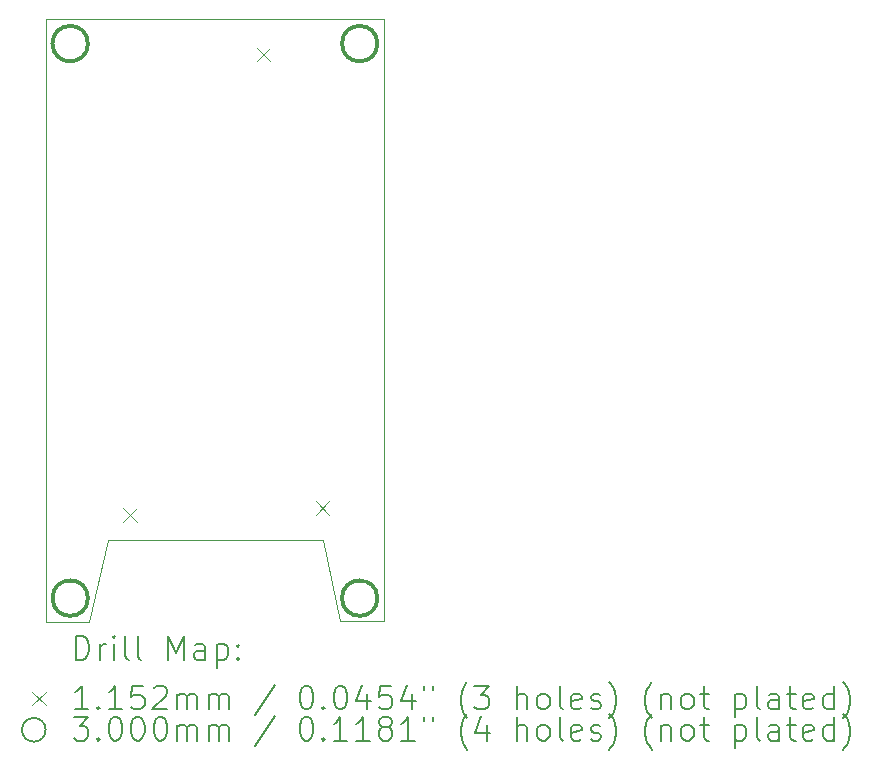
<source format=gbr>
%FSLAX45Y45*%
G04 Gerber Fmt 4.5, Leading zero omitted, Abs format (unit mm)*
G04 Created by KiCad (PCBNEW 6.0.2+dfsg-1) date 2024-02-25 21:38:02*
%MOMM*%
%LPD*%
G01*
G04 APERTURE LIST*
%TA.AperFunction,Profile*%
%ADD10C,0.100000*%
%TD*%
%ADD11C,0.200000*%
%ADD12C,0.115200*%
%ADD13C,0.300000*%
G04 APERTURE END LIST*
D10*
X14120000Y-12690000D02*
X13750000Y-12690000D01*
X13750000Y-12690000D02*
X13600000Y-12000000D01*
X13600000Y-12000000D02*
X11780000Y-12000000D01*
X11780000Y-12000000D02*
X11620000Y-12700000D01*
X11620000Y-12700000D02*
X11260000Y-12700000D01*
X11260000Y-12700000D02*
X11260000Y-7590000D01*
X11260000Y-7590000D02*
X14120000Y-7590000D01*
X14120000Y-7590000D02*
X14120000Y-12690000D01*
D11*
D12*
X11912400Y-11732400D02*
X12027600Y-11847600D01*
X12027600Y-11732400D02*
X11912400Y-11847600D01*
X13042400Y-7832400D02*
X13157600Y-7947600D01*
X13157600Y-7832400D02*
X13042400Y-7947600D01*
X13542400Y-11672400D02*
X13657600Y-11787600D01*
X13657600Y-11672400D02*
X13542400Y-11787600D01*
D13*
X11613500Y-7799000D02*
G75*
G03*
X11613500Y-7799000I-150000J0D01*
G01*
X11613500Y-12494000D02*
G75*
G03*
X11613500Y-12494000I-150000J0D01*
G01*
X14064500Y-7799000D02*
G75*
G03*
X14064500Y-7799000I-150000J0D01*
G01*
X14064500Y-12494000D02*
G75*
G03*
X14064500Y-12494000I-150000J0D01*
G01*
D11*
X11512619Y-13015476D02*
X11512619Y-12815476D01*
X11560238Y-12815476D01*
X11588809Y-12825000D01*
X11607857Y-12844048D01*
X11617381Y-12863095D01*
X11626905Y-12901190D01*
X11626905Y-12929762D01*
X11617381Y-12967857D01*
X11607857Y-12986905D01*
X11588809Y-13005952D01*
X11560238Y-13015476D01*
X11512619Y-13015476D01*
X11712619Y-13015476D02*
X11712619Y-12882143D01*
X11712619Y-12920238D02*
X11722143Y-12901190D01*
X11731667Y-12891667D01*
X11750714Y-12882143D01*
X11769762Y-12882143D01*
X11836428Y-13015476D02*
X11836428Y-12882143D01*
X11836428Y-12815476D02*
X11826905Y-12825000D01*
X11836428Y-12834524D01*
X11845952Y-12825000D01*
X11836428Y-12815476D01*
X11836428Y-12834524D01*
X11960238Y-13015476D02*
X11941190Y-13005952D01*
X11931667Y-12986905D01*
X11931667Y-12815476D01*
X12065000Y-13015476D02*
X12045952Y-13005952D01*
X12036428Y-12986905D01*
X12036428Y-12815476D01*
X12293571Y-13015476D02*
X12293571Y-12815476D01*
X12360238Y-12958333D01*
X12426905Y-12815476D01*
X12426905Y-13015476D01*
X12607857Y-13015476D02*
X12607857Y-12910714D01*
X12598333Y-12891667D01*
X12579286Y-12882143D01*
X12541190Y-12882143D01*
X12522143Y-12891667D01*
X12607857Y-13005952D02*
X12588809Y-13015476D01*
X12541190Y-13015476D01*
X12522143Y-13005952D01*
X12512619Y-12986905D01*
X12512619Y-12967857D01*
X12522143Y-12948809D01*
X12541190Y-12939286D01*
X12588809Y-12939286D01*
X12607857Y-12929762D01*
X12703095Y-12882143D02*
X12703095Y-13082143D01*
X12703095Y-12891667D02*
X12722143Y-12882143D01*
X12760238Y-12882143D01*
X12779286Y-12891667D01*
X12788809Y-12901190D01*
X12798333Y-12920238D01*
X12798333Y-12977381D01*
X12788809Y-12996428D01*
X12779286Y-13005952D01*
X12760238Y-13015476D01*
X12722143Y-13015476D01*
X12703095Y-13005952D01*
X12884048Y-12996428D02*
X12893571Y-13005952D01*
X12884048Y-13015476D01*
X12874524Y-13005952D01*
X12884048Y-12996428D01*
X12884048Y-13015476D01*
X12884048Y-12891667D02*
X12893571Y-12901190D01*
X12884048Y-12910714D01*
X12874524Y-12901190D01*
X12884048Y-12891667D01*
X12884048Y-12910714D01*
D12*
X11139800Y-13287400D02*
X11255000Y-13402600D01*
X11255000Y-13287400D02*
X11139800Y-13402600D01*
D11*
X11617381Y-13435476D02*
X11503095Y-13435476D01*
X11560238Y-13435476D02*
X11560238Y-13235476D01*
X11541190Y-13264048D01*
X11522143Y-13283095D01*
X11503095Y-13292619D01*
X11703095Y-13416428D02*
X11712619Y-13425952D01*
X11703095Y-13435476D01*
X11693571Y-13425952D01*
X11703095Y-13416428D01*
X11703095Y-13435476D01*
X11903095Y-13435476D02*
X11788809Y-13435476D01*
X11845952Y-13435476D02*
X11845952Y-13235476D01*
X11826905Y-13264048D01*
X11807857Y-13283095D01*
X11788809Y-13292619D01*
X12084048Y-13235476D02*
X11988809Y-13235476D01*
X11979286Y-13330714D01*
X11988809Y-13321190D01*
X12007857Y-13311667D01*
X12055476Y-13311667D01*
X12074524Y-13321190D01*
X12084048Y-13330714D01*
X12093571Y-13349762D01*
X12093571Y-13397381D01*
X12084048Y-13416428D01*
X12074524Y-13425952D01*
X12055476Y-13435476D01*
X12007857Y-13435476D01*
X11988809Y-13425952D01*
X11979286Y-13416428D01*
X12169762Y-13254524D02*
X12179286Y-13245000D01*
X12198333Y-13235476D01*
X12245952Y-13235476D01*
X12265000Y-13245000D01*
X12274524Y-13254524D01*
X12284048Y-13273571D01*
X12284048Y-13292619D01*
X12274524Y-13321190D01*
X12160238Y-13435476D01*
X12284048Y-13435476D01*
X12369762Y-13435476D02*
X12369762Y-13302143D01*
X12369762Y-13321190D02*
X12379286Y-13311667D01*
X12398333Y-13302143D01*
X12426905Y-13302143D01*
X12445952Y-13311667D01*
X12455476Y-13330714D01*
X12455476Y-13435476D01*
X12455476Y-13330714D02*
X12465000Y-13311667D01*
X12484048Y-13302143D01*
X12512619Y-13302143D01*
X12531667Y-13311667D01*
X12541190Y-13330714D01*
X12541190Y-13435476D01*
X12636428Y-13435476D02*
X12636428Y-13302143D01*
X12636428Y-13321190D02*
X12645952Y-13311667D01*
X12665000Y-13302143D01*
X12693571Y-13302143D01*
X12712619Y-13311667D01*
X12722143Y-13330714D01*
X12722143Y-13435476D01*
X12722143Y-13330714D02*
X12731667Y-13311667D01*
X12750714Y-13302143D01*
X12779286Y-13302143D01*
X12798333Y-13311667D01*
X12807857Y-13330714D01*
X12807857Y-13435476D01*
X13198333Y-13225952D02*
X13026905Y-13483095D01*
X13455476Y-13235476D02*
X13474524Y-13235476D01*
X13493571Y-13245000D01*
X13503095Y-13254524D01*
X13512619Y-13273571D01*
X13522143Y-13311667D01*
X13522143Y-13359286D01*
X13512619Y-13397381D01*
X13503095Y-13416428D01*
X13493571Y-13425952D01*
X13474524Y-13435476D01*
X13455476Y-13435476D01*
X13436428Y-13425952D01*
X13426905Y-13416428D01*
X13417381Y-13397381D01*
X13407857Y-13359286D01*
X13407857Y-13311667D01*
X13417381Y-13273571D01*
X13426905Y-13254524D01*
X13436428Y-13245000D01*
X13455476Y-13235476D01*
X13607857Y-13416428D02*
X13617381Y-13425952D01*
X13607857Y-13435476D01*
X13598333Y-13425952D01*
X13607857Y-13416428D01*
X13607857Y-13435476D01*
X13741190Y-13235476D02*
X13760238Y-13235476D01*
X13779286Y-13245000D01*
X13788809Y-13254524D01*
X13798333Y-13273571D01*
X13807857Y-13311667D01*
X13807857Y-13359286D01*
X13798333Y-13397381D01*
X13788809Y-13416428D01*
X13779286Y-13425952D01*
X13760238Y-13435476D01*
X13741190Y-13435476D01*
X13722143Y-13425952D01*
X13712619Y-13416428D01*
X13703095Y-13397381D01*
X13693571Y-13359286D01*
X13693571Y-13311667D01*
X13703095Y-13273571D01*
X13712619Y-13254524D01*
X13722143Y-13245000D01*
X13741190Y-13235476D01*
X13979286Y-13302143D02*
X13979286Y-13435476D01*
X13931667Y-13225952D02*
X13884048Y-13368809D01*
X14007857Y-13368809D01*
X14179286Y-13235476D02*
X14084048Y-13235476D01*
X14074524Y-13330714D01*
X14084048Y-13321190D01*
X14103095Y-13311667D01*
X14150714Y-13311667D01*
X14169762Y-13321190D01*
X14179286Y-13330714D01*
X14188809Y-13349762D01*
X14188809Y-13397381D01*
X14179286Y-13416428D01*
X14169762Y-13425952D01*
X14150714Y-13435476D01*
X14103095Y-13435476D01*
X14084048Y-13425952D01*
X14074524Y-13416428D01*
X14360238Y-13302143D02*
X14360238Y-13435476D01*
X14312619Y-13225952D02*
X14265000Y-13368809D01*
X14388809Y-13368809D01*
X14455476Y-13235476D02*
X14455476Y-13273571D01*
X14531667Y-13235476D02*
X14531667Y-13273571D01*
X14826905Y-13511667D02*
X14817381Y-13502143D01*
X14798333Y-13473571D01*
X14788809Y-13454524D01*
X14779286Y-13425952D01*
X14769762Y-13378333D01*
X14769762Y-13340238D01*
X14779286Y-13292619D01*
X14788809Y-13264048D01*
X14798333Y-13245000D01*
X14817381Y-13216428D01*
X14826905Y-13206905D01*
X14884048Y-13235476D02*
X15007857Y-13235476D01*
X14941190Y-13311667D01*
X14969762Y-13311667D01*
X14988809Y-13321190D01*
X14998333Y-13330714D01*
X15007857Y-13349762D01*
X15007857Y-13397381D01*
X14998333Y-13416428D01*
X14988809Y-13425952D01*
X14969762Y-13435476D01*
X14912619Y-13435476D01*
X14893571Y-13425952D01*
X14884048Y-13416428D01*
X15245952Y-13435476D02*
X15245952Y-13235476D01*
X15331667Y-13435476D02*
X15331667Y-13330714D01*
X15322143Y-13311667D01*
X15303095Y-13302143D01*
X15274524Y-13302143D01*
X15255476Y-13311667D01*
X15245952Y-13321190D01*
X15455476Y-13435476D02*
X15436428Y-13425952D01*
X15426905Y-13416428D01*
X15417381Y-13397381D01*
X15417381Y-13340238D01*
X15426905Y-13321190D01*
X15436428Y-13311667D01*
X15455476Y-13302143D01*
X15484048Y-13302143D01*
X15503095Y-13311667D01*
X15512619Y-13321190D01*
X15522143Y-13340238D01*
X15522143Y-13397381D01*
X15512619Y-13416428D01*
X15503095Y-13425952D01*
X15484048Y-13435476D01*
X15455476Y-13435476D01*
X15636428Y-13435476D02*
X15617381Y-13425952D01*
X15607857Y-13406905D01*
X15607857Y-13235476D01*
X15788809Y-13425952D02*
X15769762Y-13435476D01*
X15731667Y-13435476D01*
X15712619Y-13425952D01*
X15703095Y-13406905D01*
X15703095Y-13330714D01*
X15712619Y-13311667D01*
X15731667Y-13302143D01*
X15769762Y-13302143D01*
X15788809Y-13311667D01*
X15798333Y-13330714D01*
X15798333Y-13349762D01*
X15703095Y-13368809D01*
X15874524Y-13425952D02*
X15893571Y-13435476D01*
X15931667Y-13435476D01*
X15950714Y-13425952D01*
X15960238Y-13406905D01*
X15960238Y-13397381D01*
X15950714Y-13378333D01*
X15931667Y-13368809D01*
X15903095Y-13368809D01*
X15884048Y-13359286D01*
X15874524Y-13340238D01*
X15874524Y-13330714D01*
X15884048Y-13311667D01*
X15903095Y-13302143D01*
X15931667Y-13302143D01*
X15950714Y-13311667D01*
X16026905Y-13511667D02*
X16036428Y-13502143D01*
X16055476Y-13473571D01*
X16065000Y-13454524D01*
X16074524Y-13425952D01*
X16084048Y-13378333D01*
X16084048Y-13340238D01*
X16074524Y-13292619D01*
X16065000Y-13264048D01*
X16055476Y-13245000D01*
X16036428Y-13216428D01*
X16026905Y-13206905D01*
X16388809Y-13511667D02*
X16379286Y-13502143D01*
X16360238Y-13473571D01*
X16350714Y-13454524D01*
X16341190Y-13425952D01*
X16331667Y-13378333D01*
X16331667Y-13340238D01*
X16341190Y-13292619D01*
X16350714Y-13264048D01*
X16360238Y-13245000D01*
X16379286Y-13216428D01*
X16388809Y-13206905D01*
X16465000Y-13302143D02*
X16465000Y-13435476D01*
X16465000Y-13321190D02*
X16474524Y-13311667D01*
X16493571Y-13302143D01*
X16522143Y-13302143D01*
X16541190Y-13311667D01*
X16550714Y-13330714D01*
X16550714Y-13435476D01*
X16674524Y-13435476D02*
X16655476Y-13425952D01*
X16645952Y-13416428D01*
X16636428Y-13397381D01*
X16636428Y-13340238D01*
X16645952Y-13321190D01*
X16655476Y-13311667D01*
X16674524Y-13302143D01*
X16703095Y-13302143D01*
X16722143Y-13311667D01*
X16731667Y-13321190D01*
X16741190Y-13340238D01*
X16741190Y-13397381D01*
X16731667Y-13416428D01*
X16722143Y-13425952D01*
X16703095Y-13435476D01*
X16674524Y-13435476D01*
X16798333Y-13302143D02*
X16874524Y-13302143D01*
X16826905Y-13235476D02*
X16826905Y-13406905D01*
X16836429Y-13425952D01*
X16855476Y-13435476D01*
X16874524Y-13435476D01*
X17093571Y-13302143D02*
X17093571Y-13502143D01*
X17093571Y-13311667D02*
X17112619Y-13302143D01*
X17150714Y-13302143D01*
X17169762Y-13311667D01*
X17179286Y-13321190D01*
X17188810Y-13340238D01*
X17188810Y-13397381D01*
X17179286Y-13416428D01*
X17169762Y-13425952D01*
X17150714Y-13435476D01*
X17112619Y-13435476D01*
X17093571Y-13425952D01*
X17303095Y-13435476D02*
X17284048Y-13425952D01*
X17274524Y-13406905D01*
X17274524Y-13235476D01*
X17465000Y-13435476D02*
X17465000Y-13330714D01*
X17455476Y-13311667D01*
X17436429Y-13302143D01*
X17398333Y-13302143D01*
X17379286Y-13311667D01*
X17465000Y-13425952D02*
X17445952Y-13435476D01*
X17398333Y-13435476D01*
X17379286Y-13425952D01*
X17369762Y-13406905D01*
X17369762Y-13387857D01*
X17379286Y-13368809D01*
X17398333Y-13359286D01*
X17445952Y-13359286D01*
X17465000Y-13349762D01*
X17531667Y-13302143D02*
X17607857Y-13302143D01*
X17560238Y-13235476D02*
X17560238Y-13406905D01*
X17569762Y-13425952D01*
X17588810Y-13435476D01*
X17607857Y-13435476D01*
X17750714Y-13425952D02*
X17731667Y-13435476D01*
X17693571Y-13435476D01*
X17674524Y-13425952D01*
X17665000Y-13406905D01*
X17665000Y-13330714D01*
X17674524Y-13311667D01*
X17693571Y-13302143D01*
X17731667Y-13302143D01*
X17750714Y-13311667D01*
X17760238Y-13330714D01*
X17760238Y-13349762D01*
X17665000Y-13368809D01*
X17931667Y-13435476D02*
X17931667Y-13235476D01*
X17931667Y-13425952D02*
X17912619Y-13435476D01*
X17874524Y-13435476D01*
X17855476Y-13425952D01*
X17845952Y-13416428D01*
X17836429Y-13397381D01*
X17836429Y-13340238D01*
X17845952Y-13321190D01*
X17855476Y-13311667D01*
X17874524Y-13302143D01*
X17912619Y-13302143D01*
X17931667Y-13311667D01*
X18007857Y-13511667D02*
X18017381Y-13502143D01*
X18036429Y-13473571D01*
X18045952Y-13454524D01*
X18055476Y-13425952D01*
X18065000Y-13378333D01*
X18065000Y-13340238D01*
X18055476Y-13292619D01*
X18045952Y-13264048D01*
X18036429Y-13245000D01*
X18017381Y-13216428D01*
X18007857Y-13206905D01*
X11255000Y-13609000D02*
G75*
G03*
X11255000Y-13609000I-100000J0D01*
G01*
X11493571Y-13499476D02*
X11617381Y-13499476D01*
X11550714Y-13575667D01*
X11579286Y-13575667D01*
X11598333Y-13585190D01*
X11607857Y-13594714D01*
X11617381Y-13613762D01*
X11617381Y-13661381D01*
X11607857Y-13680428D01*
X11598333Y-13689952D01*
X11579286Y-13699476D01*
X11522143Y-13699476D01*
X11503095Y-13689952D01*
X11493571Y-13680428D01*
X11703095Y-13680428D02*
X11712619Y-13689952D01*
X11703095Y-13699476D01*
X11693571Y-13689952D01*
X11703095Y-13680428D01*
X11703095Y-13699476D01*
X11836428Y-13499476D02*
X11855476Y-13499476D01*
X11874524Y-13509000D01*
X11884048Y-13518524D01*
X11893571Y-13537571D01*
X11903095Y-13575667D01*
X11903095Y-13623286D01*
X11893571Y-13661381D01*
X11884048Y-13680428D01*
X11874524Y-13689952D01*
X11855476Y-13699476D01*
X11836428Y-13699476D01*
X11817381Y-13689952D01*
X11807857Y-13680428D01*
X11798333Y-13661381D01*
X11788809Y-13623286D01*
X11788809Y-13575667D01*
X11798333Y-13537571D01*
X11807857Y-13518524D01*
X11817381Y-13509000D01*
X11836428Y-13499476D01*
X12026905Y-13499476D02*
X12045952Y-13499476D01*
X12065000Y-13509000D01*
X12074524Y-13518524D01*
X12084048Y-13537571D01*
X12093571Y-13575667D01*
X12093571Y-13623286D01*
X12084048Y-13661381D01*
X12074524Y-13680428D01*
X12065000Y-13689952D01*
X12045952Y-13699476D01*
X12026905Y-13699476D01*
X12007857Y-13689952D01*
X11998333Y-13680428D01*
X11988809Y-13661381D01*
X11979286Y-13623286D01*
X11979286Y-13575667D01*
X11988809Y-13537571D01*
X11998333Y-13518524D01*
X12007857Y-13509000D01*
X12026905Y-13499476D01*
X12217381Y-13499476D02*
X12236428Y-13499476D01*
X12255476Y-13509000D01*
X12265000Y-13518524D01*
X12274524Y-13537571D01*
X12284048Y-13575667D01*
X12284048Y-13623286D01*
X12274524Y-13661381D01*
X12265000Y-13680428D01*
X12255476Y-13689952D01*
X12236428Y-13699476D01*
X12217381Y-13699476D01*
X12198333Y-13689952D01*
X12188809Y-13680428D01*
X12179286Y-13661381D01*
X12169762Y-13623286D01*
X12169762Y-13575667D01*
X12179286Y-13537571D01*
X12188809Y-13518524D01*
X12198333Y-13509000D01*
X12217381Y-13499476D01*
X12369762Y-13699476D02*
X12369762Y-13566143D01*
X12369762Y-13585190D02*
X12379286Y-13575667D01*
X12398333Y-13566143D01*
X12426905Y-13566143D01*
X12445952Y-13575667D01*
X12455476Y-13594714D01*
X12455476Y-13699476D01*
X12455476Y-13594714D02*
X12465000Y-13575667D01*
X12484048Y-13566143D01*
X12512619Y-13566143D01*
X12531667Y-13575667D01*
X12541190Y-13594714D01*
X12541190Y-13699476D01*
X12636428Y-13699476D02*
X12636428Y-13566143D01*
X12636428Y-13585190D02*
X12645952Y-13575667D01*
X12665000Y-13566143D01*
X12693571Y-13566143D01*
X12712619Y-13575667D01*
X12722143Y-13594714D01*
X12722143Y-13699476D01*
X12722143Y-13594714D02*
X12731667Y-13575667D01*
X12750714Y-13566143D01*
X12779286Y-13566143D01*
X12798333Y-13575667D01*
X12807857Y-13594714D01*
X12807857Y-13699476D01*
X13198333Y-13489952D02*
X13026905Y-13747095D01*
X13455476Y-13499476D02*
X13474524Y-13499476D01*
X13493571Y-13509000D01*
X13503095Y-13518524D01*
X13512619Y-13537571D01*
X13522143Y-13575667D01*
X13522143Y-13623286D01*
X13512619Y-13661381D01*
X13503095Y-13680428D01*
X13493571Y-13689952D01*
X13474524Y-13699476D01*
X13455476Y-13699476D01*
X13436428Y-13689952D01*
X13426905Y-13680428D01*
X13417381Y-13661381D01*
X13407857Y-13623286D01*
X13407857Y-13575667D01*
X13417381Y-13537571D01*
X13426905Y-13518524D01*
X13436428Y-13509000D01*
X13455476Y-13499476D01*
X13607857Y-13680428D02*
X13617381Y-13689952D01*
X13607857Y-13699476D01*
X13598333Y-13689952D01*
X13607857Y-13680428D01*
X13607857Y-13699476D01*
X13807857Y-13699476D02*
X13693571Y-13699476D01*
X13750714Y-13699476D02*
X13750714Y-13499476D01*
X13731667Y-13528048D01*
X13712619Y-13547095D01*
X13693571Y-13556619D01*
X13998333Y-13699476D02*
X13884048Y-13699476D01*
X13941190Y-13699476D02*
X13941190Y-13499476D01*
X13922143Y-13528048D01*
X13903095Y-13547095D01*
X13884048Y-13556619D01*
X14112619Y-13585190D02*
X14093571Y-13575667D01*
X14084048Y-13566143D01*
X14074524Y-13547095D01*
X14074524Y-13537571D01*
X14084048Y-13518524D01*
X14093571Y-13509000D01*
X14112619Y-13499476D01*
X14150714Y-13499476D01*
X14169762Y-13509000D01*
X14179286Y-13518524D01*
X14188809Y-13537571D01*
X14188809Y-13547095D01*
X14179286Y-13566143D01*
X14169762Y-13575667D01*
X14150714Y-13585190D01*
X14112619Y-13585190D01*
X14093571Y-13594714D01*
X14084048Y-13604238D01*
X14074524Y-13623286D01*
X14074524Y-13661381D01*
X14084048Y-13680428D01*
X14093571Y-13689952D01*
X14112619Y-13699476D01*
X14150714Y-13699476D01*
X14169762Y-13689952D01*
X14179286Y-13680428D01*
X14188809Y-13661381D01*
X14188809Y-13623286D01*
X14179286Y-13604238D01*
X14169762Y-13594714D01*
X14150714Y-13585190D01*
X14379286Y-13699476D02*
X14265000Y-13699476D01*
X14322143Y-13699476D02*
X14322143Y-13499476D01*
X14303095Y-13528048D01*
X14284048Y-13547095D01*
X14265000Y-13556619D01*
X14455476Y-13499476D02*
X14455476Y-13537571D01*
X14531667Y-13499476D02*
X14531667Y-13537571D01*
X14826905Y-13775667D02*
X14817381Y-13766143D01*
X14798333Y-13737571D01*
X14788809Y-13718524D01*
X14779286Y-13689952D01*
X14769762Y-13642333D01*
X14769762Y-13604238D01*
X14779286Y-13556619D01*
X14788809Y-13528048D01*
X14798333Y-13509000D01*
X14817381Y-13480428D01*
X14826905Y-13470905D01*
X14988809Y-13566143D02*
X14988809Y-13699476D01*
X14941190Y-13489952D02*
X14893571Y-13632809D01*
X15017381Y-13632809D01*
X15245952Y-13699476D02*
X15245952Y-13499476D01*
X15331667Y-13699476D02*
X15331667Y-13594714D01*
X15322143Y-13575667D01*
X15303095Y-13566143D01*
X15274524Y-13566143D01*
X15255476Y-13575667D01*
X15245952Y-13585190D01*
X15455476Y-13699476D02*
X15436428Y-13689952D01*
X15426905Y-13680428D01*
X15417381Y-13661381D01*
X15417381Y-13604238D01*
X15426905Y-13585190D01*
X15436428Y-13575667D01*
X15455476Y-13566143D01*
X15484048Y-13566143D01*
X15503095Y-13575667D01*
X15512619Y-13585190D01*
X15522143Y-13604238D01*
X15522143Y-13661381D01*
X15512619Y-13680428D01*
X15503095Y-13689952D01*
X15484048Y-13699476D01*
X15455476Y-13699476D01*
X15636428Y-13699476D02*
X15617381Y-13689952D01*
X15607857Y-13670905D01*
X15607857Y-13499476D01*
X15788809Y-13689952D02*
X15769762Y-13699476D01*
X15731667Y-13699476D01*
X15712619Y-13689952D01*
X15703095Y-13670905D01*
X15703095Y-13594714D01*
X15712619Y-13575667D01*
X15731667Y-13566143D01*
X15769762Y-13566143D01*
X15788809Y-13575667D01*
X15798333Y-13594714D01*
X15798333Y-13613762D01*
X15703095Y-13632809D01*
X15874524Y-13689952D02*
X15893571Y-13699476D01*
X15931667Y-13699476D01*
X15950714Y-13689952D01*
X15960238Y-13670905D01*
X15960238Y-13661381D01*
X15950714Y-13642333D01*
X15931667Y-13632809D01*
X15903095Y-13632809D01*
X15884048Y-13623286D01*
X15874524Y-13604238D01*
X15874524Y-13594714D01*
X15884048Y-13575667D01*
X15903095Y-13566143D01*
X15931667Y-13566143D01*
X15950714Y-13575667D01*
X16026905Y-13775667D02*
X16036428Y-13766143D01*
X16055476Y-13737571D01*
X16065000Y-13718524D01*
X16074524Y-13689952D01*
X16084048Y-13642333D01*
X16084048Y-13604238D01*
X16074524Y-13556619D01*
X16065000Y-13528048D01*
X16055476Y-13509000D01*
X16036428Y-13480428D01*
X16026905Y-13470905D01*
X16388809Y-13775667D02*
X16379286Y-13766143D01*
X16360238Y-13737571D01*
X16350714Y-13718524D01*
X16341190Y-13689952D01*
X16331667Y-13642333D01*
X16331667Y-13604238D01*
X16341190Y-13556619D01*
X16350714Y-13528048D01*
X16360238Y-13509000D01*
X16379286Y-13480428D01*
X16388809Y-13470905D01*
X16465000Y-13566143D02*
X16465000Y-13699476D01*
X16465000Y-13585190D02*
X16474524Y-13575667D01*
X16493571Y-13566143D01*
X16522143Y-13566143D01*
X16541190Y-13575667D01*
X16550714Y-13594714D01*
X16550714Y-13699476D01*
X16674524Y-13699476D02*
X16655476Y-13689952D01*
X16645952Y-13680428D01*
X16636428Y-13661381D01*
X16636428Y-13604238D01*
X16645952Y-13585190D01*
X16655476Y-13575667D01*
X16674524Y-13566143D01*
X16703095Y-13566143D01*
X16722143Y-13575667D01*
X16731667Y-13585190D01*
X16741190Y-13604238D01*
X16741190Y-13661381D01*
X16731667Y-13680428D01*
X16722143Y-13689952D01*
X16703095Y-13699476D01*
X16674524Y-13699476D01*
X16798333Y-13566143D02*
X16874524Y-13566143D01*
X16826905Y-13499476D02*
X16826905Y-13670905D01*
X16836429Y-13689952D01*
X16855476Y-13699476D01*
X16874524Y-13699476D01*
X17093571Y-13566143D02*
X17093571Y-13766143D01*
X17093571Y-13575667D02*
X17112619Y-13566143D01*
X17150714Y-13566143D01*
X17169762Y-13575667D01*
X17179286Y-13585190D01*
X17188810Y-13604238D01*
X17188810Y-13661381D01*
X17179286Y-13680428D01*
X17169762Y-13689952D01*
X17150714Y-13699476D01*
X17112619Y-13699476D01*
X17093571Y-13689952D01*
X17303095Y-13699476D02*
X17284048Y-13689952D01*
X17274524Y-13670905D01*
X17274524Y-13499476D01*
X17465000Y-13699476D02*
X17465000Y-13594714D01*
X17455476Y-13575667D01*
X17436429Y-13566143D01*
X17398333Y-13566143D01*
X17379286Y-13575667D01*
X17465000Y-13689952D02*
X17445952Y-13699476D01*
X17398333Y-13699476D01*
X17379286Y-13689952D01*
X17369762Y-13670905D01*
X17369762Y-13651857D01*
X17379286Y-13632809D01*
X17398333Y-13623286D01*
X17445952Y-13623286D01*
X17465000Y-13613762D01*
X17531667Y-13566143D02*
X17607857Y-13566143D01*
X17560238Y-13499476D02*
X17560238Y-13670905D01*
X17569762Y-13689952D01*
X17588810Y-13699476D01*
X17607857Y-13699476D01*
X17750714Y-13689952D02*
X17731667Y-13699476D01*
X17693571Y-13699476D01*
X17674524Y-13689952D01*
X17665000Y-13670905D01*
X17665000Y-13594714D01*
X17674524Y-13575667D01*
X17693571Y-13566143D01*
X17731667Y-13566143D01*
X17750714Y-13575667D01*
X17760238Y-13594714D01*
X17760238Y-13613762D01*
X17665000Y-13632809D01*
X17931667Y-13699476D02*
X17931667Y-13499476D01*
X17931667Y-13689952D02*
X17912619Y-13699476D01*
X17874524Y-13699476D01*
X17855476Y-13689952D01*
X17845952Y-13680428D01*
X17836429Y-13661381D01*
X17836429Y-13604238D01*
X17845952Y-13585190D01*
X17855476Y-13575667D01*
X17874524Y-13566143D01*
X17912619Y-13566143D01*
X17931667Y-13575667D01*
X18007857Y-13775667D02*
X18017381Y-13766143D01*
X18036429Y-13737571D01*
X18045952Y-13718524D01*
X18055476Y-13689952D01*
X18065000Y-13642333D01*
X18065000Y-13604238D01*
X18055476Y-13556619D01*
X18045952Y-13528048D01*
X18036429Y-13509000D01*
X18017381Y-13480428D01*
X18007857Y-13470905D01*
M02*

</source>
